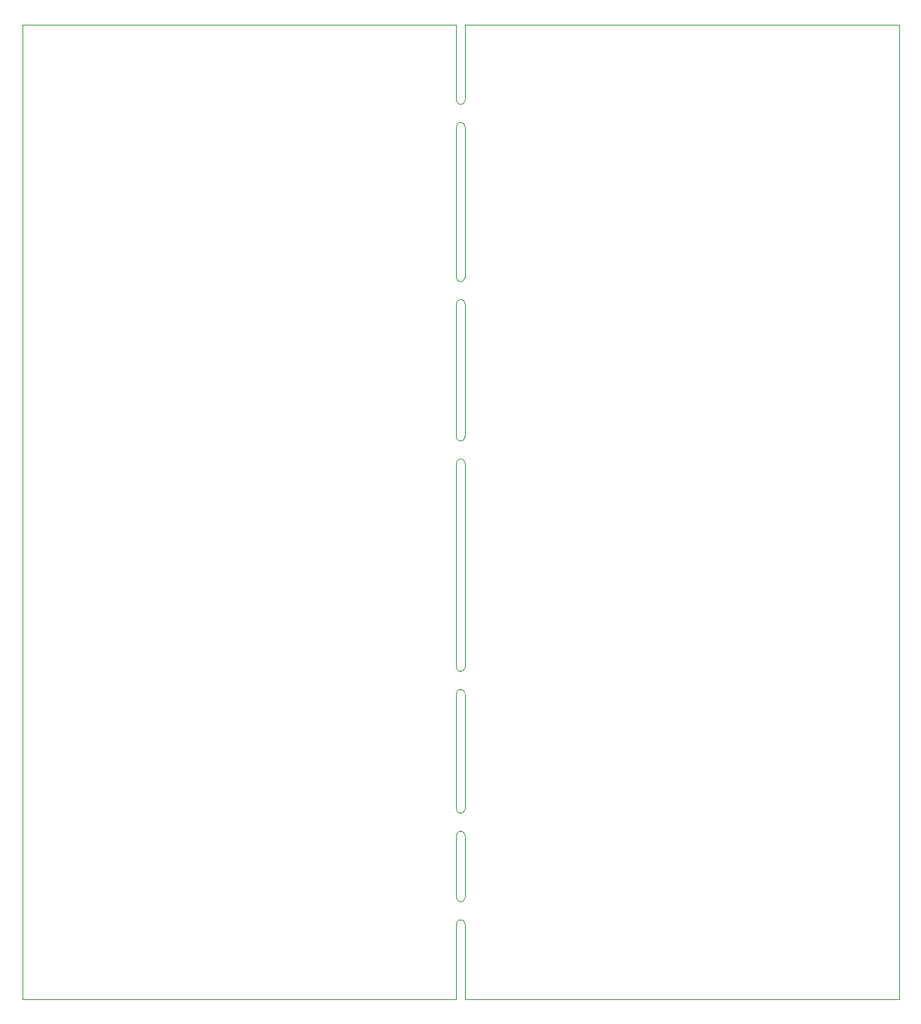
<source format=gm1>
%TF.GenerationSoftware,KiCad,Pcbnew,9.0.3*%
%TF.CreationDate,2026-01-03T16:36:44+00:00*%
%TF.ProjectId,state-variable-filter,73746174-652d-4766-9172-6961626c652d,rev?*%
%TF.SameCoordinates,Original*%
%TF.FileFunction,Profile,NP*%
%FSLAX46Y46*%
G04 Gerber Fmt 4.6, Leading zero omitted, Abs format (unit mm)*
G04 Created by KiCad (PCBNEW 9.0.3) date 2026-01-03 16:36:44*
%MOMM*%
%LPD*%
G01*
G04 APERTURE LIST*
%TA.AperFunction,Profile*%
%ADD10C,0.050000*%
%TD*%
G04 APERTURE END LIST*
D10*
X70000000Y-50000000D02*
X119000000Y-50000000D01*
X120000000Y-141500000D02*
X120000000Y-148500000D01*
X169000000Y-160000000D02*
X120000000Y-160000000D01*
X119000000Y-160000000D02*
X119000000Y-151500000D01*
X119000000Y-122500000D02*
X119000000Y-99500000D01*
X120000000Y-81500000D02*
X120000000Y-96500000D01*
X120000000Y-50000000D02*
X120000000Y-58500000D01*
X169000000Y-50000000D02*
X169000000Y-160000000D01*
X119000000Y-78500000D02*
X119000000Y-61500000D01*
X120000000Y-50000000D02*
X169000000Y-50000000D01*
X119000000Y-148500000D02*
X119000000Y-141500000D01*
X120000000Y-125500000D02*
X120000000Y-138500000D01*
X120000000Y-61500000D02*
X120000000Y-78500000D01*
X120000000Y-99500000D02*
X120000000Y-122500000D01*
X119000000Y-138500000D02*
X119000000Y-125500000D01*
X119000000Y-58500000D02*
X119000000Y-50000000D01*
X70000000Y-160000000D02*
X70000000Y-50000000D01*
X119000000Y-160000000D02*
X70000000Y-160000000D01*
X120000000Y-151500000D02*
X120000000Y-160000000D01*
X119000000Y-96500000D02*
X119000000Y-81500000D01*
%TO.C,mouse-bite-1mm-slot*%
X119000000Y-61500000D02*
G75*
G02*
X120000000Y-61500000I500000J0D01*
G01*
X120000000Y-58500000D02*
G75*
G02*
X119000000Y-58500000I-500000J0D01*
G01*
X119000000Y-125500000D02*
G75*
G02*
X120000000Y-125500000I500000J0D01*
G01*
X120000000Y-122500000D02*
G75*
G02*
X119000000Y-122500000I-500000J0D01*
G01*
X119000000Y-141500000D02*
G75*
G02*
X120000000Y-141500000I500000J0D01*
G01*
X120000000Y-138500000D02*
G75*
G02*
X119000000Y-138500000I-500000J0D01*
G01*
X119000000Y-151500000D02*
G75*
G02*
X120000000Y-151500000I500000J0D01*
G01*
X120000000Y-148500000D02*
G75*
G02*
X119000000Y-148500000I-500000J0D01*
G01*
X119000000Y-99500000D02*
G75*
G02*
X120000000Y-99500000I500000J0D01*
G01*
X120000000Y-96500000D02*
G75*
G02*
X119000000Y-96500000I-500000J0D01*
G01*
X119000000Y-81500000D02*
G75*
G02*
X120000000Y-81500000I500000J0D01*
G01*
X120000000Y-78500000D02*
G75*
G02*
X119000000Y-78500000I-500000J0D01*
G01*
%TD*%
M02*

</source>
